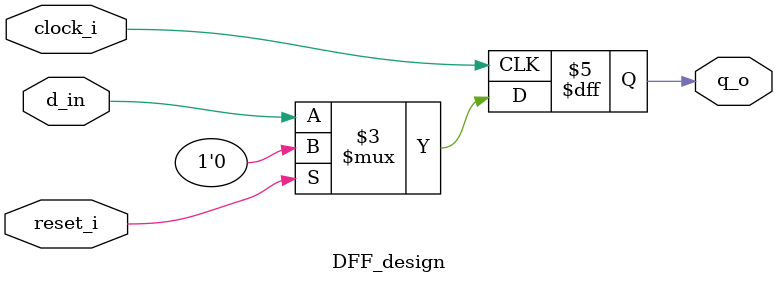
<source format=v>
module DFF_design(input      clock_i, 
                  input      reset_i,
                  input      d_in,
                  output reg q_o
                                 );
                                 
          always @(posedge clock_i) begin
                 if(reset_i)
                     q_o <= 0;
                 
                 else
                     q_o <= d_in;
          end


endmodule


</source>
